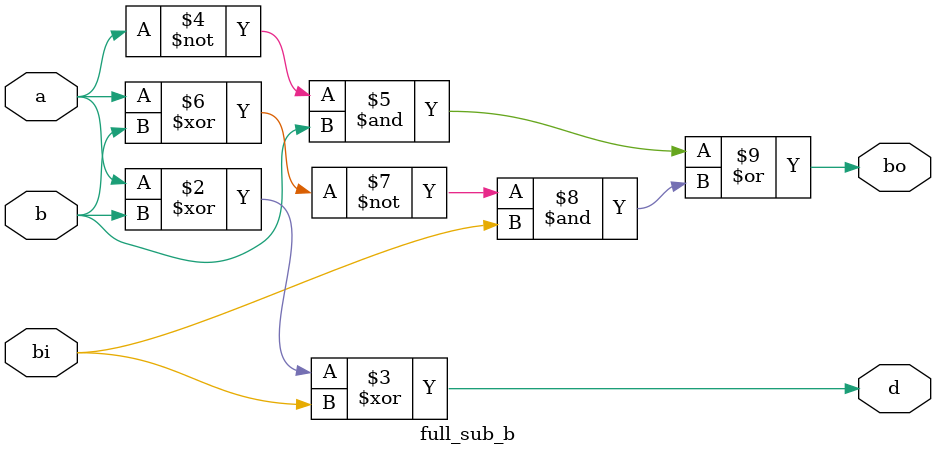
<source format=v>
module full_sub_str(output d, bo,input a,b,bi);
// bi is borrow in
// bo is borrow out
// d is difference
wire abar,v1bar,v1,v2,v3;
not g4(abar,a);
not g3(v1bar,v1);
xor g1(v1,a,b);
xor g2(d,v1,bi);
and g5(v2,abar,b);
and g6(v3,v1bar,bi);
or g7(bo,v2,v3);
endmodule

module full_sub_df(output d, bo,input a,b,bi);
assign d=a^b^bi;
assign bo=((~a)&b)|(~(a^b)&bi);
endmodule

module full_sub_b(output reg d, bo,input a,b,bi);
always @(*)
begin
d=a^b^bi;
bo=((~a)&b)|(~(a^b)&bi);
end
endmodule
</source>
